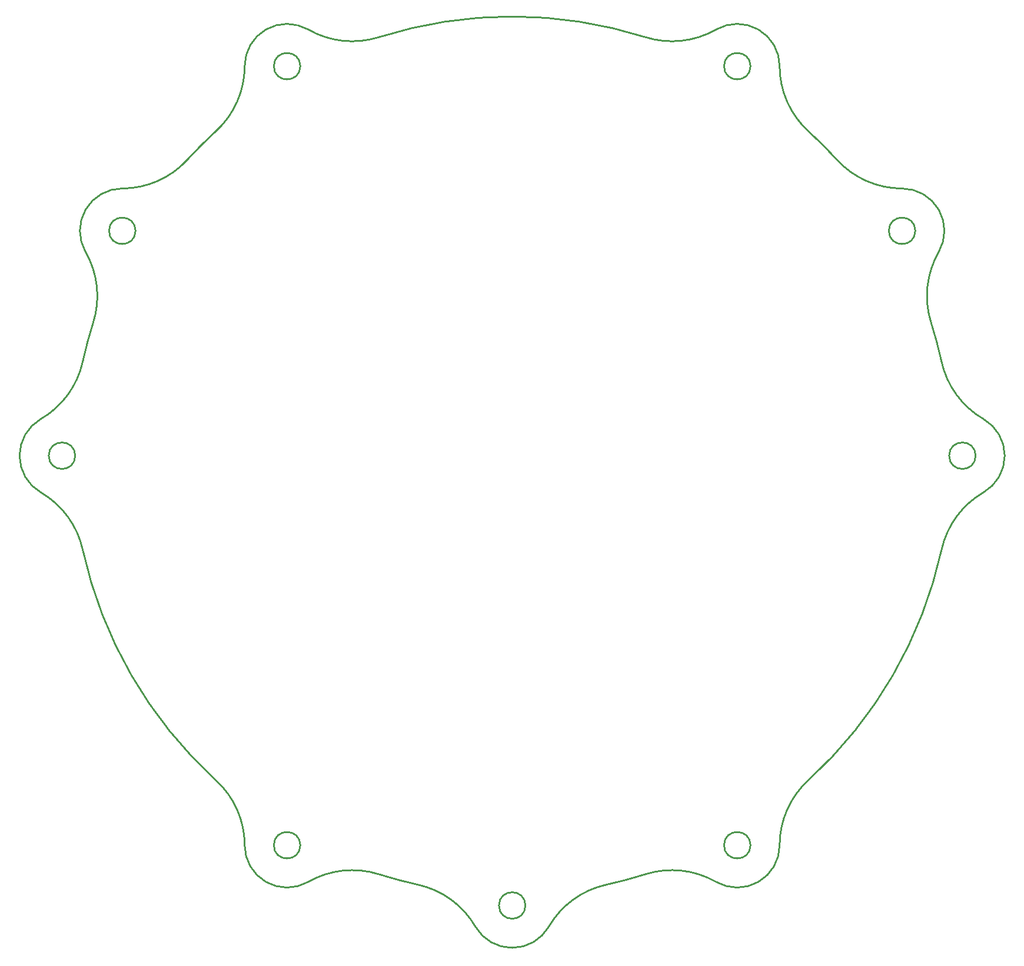
<source format=gbr>
%TF.GenerationSoftware,KiCad,Pcbnew,7.0.7*%
%TF.CreationDate,2024-02-25T10:58:23-08:00*%
%TF.ProjectId,Core-board 2,436f7265-2d62-46f6-9172-6420322e6b69,rev?*%
%TF.SameCoordinates,Original*%
%TF.FileFunction,Profile,NP*%
%FSLAX46Y46*%
G04 Gerber Fmt 4.6, Leading zero omitted, Abs format (unit mm)*
G04 Created by KiCad (PCBNEW 7.0.7) date 2024-02-25 10:58:23*
%MOMM*%
%LPD*%
G01*
G04 APERTURE LIST*
%TA.AperFunction,Profile*%
%ADD10C,0.250000*%
%TD*%
G04 APERTURE END LIST*
D10*
%TO.C,J1*%
X62184214Y-83885860D02*
G75*
G03*
X62184214Y-94438838I3052846J-5276489D01*
G01*
X68229293Y-102710929D02*
G75*
G03*
X62184214Y-94438839I-12405170J-2720595D01*
G01*
X62184214Y-83885859D02*
G75*
G03*
X68229293Y-75613769I-6360091J10992685D01*
G01*
X69731654Y-70006880D02*
G75*
G03*
X68229293Y-75613769I60274354J-19155183D01*
G01*
X69731653Y-70006880D02*
G75*
G03*
X68632507Y-59820501I-12103488J3846481D01*
G01*
X73908998Y-50681353D02*
G75*
G03*
X68632508Y-59820501I5596J-6095996D01*
G01*
X73908998Y-50681352D02*
G75*
G03*
X83280234Y-46540051I-11661J12699994D01*
G01*
X87384762Y-42435523D02*
G75*
G03*
X83280234Y-46540051I42622962J-46727490D01*
G01*
X68229294Y-102710929D02*
G75*
G03*
X87384762Y-135889175I61777764J13548578D01*
G01*
X91526063Y-145260411D02*
G75*
G03*
X87384762Y-135889175I-12699994J-11661D01*
G01*
X87384762Y-42435523D02*
G75*
G03*
X91526063Y-33064287I-8558693J9382897D01*
G01*
X100665212Y-27787797D02*
G75*
G03*
X91526064Y-33064287I-3043152J-5282086D01*
G01*
X91526064Y-145260411D02*
G75*
G03*
X100665212Y-150536901I6095996J5596D01*
G01*
X110851591Y-149437756D02*
G75*
G03*
X100665212Y-150536902I-3846481J-12103488D01*
G01*
X100665212Y-27787796D02*
G75*
G03*
X110851591Y-28886942I6339898J11004342D01*
G01*
X149162529Y-28886944D02*
G75*
G03*
X110851591Y-28886944I-19155469J-60275413D01*
G01*
X110851591Y-149437755D02*
G75*
G03*
X116458480Y-150940116I19155183J60274354D01*
G01*
X124730570Y-156985195D02*
G75*
G03*
X116458480Y-150940116I-10992685J-6360091D01*
G01*
X124730571Y-156985195D02*
G75*
G03*
X135283549Y-156985195I5276489J3052846D01*
G01*
X143555640Y-150940116D02*
G75*
G03*
X135283550Y-156985195I2720590J-12405163D01*
G01*
X143555640Y-150940115D02*
G75*
G03*
X149162529Y-149437754I-13548595J61777837D01*
G01*
X159348905Y-150536907D02*
G75*
G03*
X149162529Y-149437755I-6339905J-11004362D01*
G01*
X149162530Y-28886940D02*
G75*
G03*
X159348908Y-27787797I3846490J12103431D01*
G01*
X168488052Y-33064287D02*
G75*
G03*
X159348908Y-27787798I-6095992J-5592D01*
G01*
X159348912Y-150536895D02*
G75*
G03*
X168488056Y-145260411I3043178J5282036D01*
G01*
X172629359Y-135889176D02*
G75*
G03*
X168488057Y-145260411I8558591J-9382853D01*
G01*
X168488055Y-33064287D02*
G75*
G03*
X172629358Y-42435523I12700005J11668D01*
G01*
X176733886Y-46540051D02*
G75*
G03*
X172629358Y-42435523I-46727490J-42622962D01*
G01*
X176733887Y-46540050D02*
G75*
G03*
X186105122Y-50681352I9382853J8558591D01*
G01*
X191381639Y-59820516D02*
G75*
G03*
X186105122Y-50681352I-5281939J3043247D01*
G01*
X191381612Y-59820501D02*
G75*
G03*
X190282466Y-70006880I11004348J-6339898D01*
G01*
X191784826Y-75613769D02*
G75*
G03*
X190282465Y-70006880I-61777837J-13548595D01*
G01*
X172629358Y-135889175D02*
G75*
G03*
X191784826Y-102710929I-42622296J46726824D01*
G01*
X197829906Y-94438840D02*
G75*
G03*
X191784827Y-102710929I6360234J-10992789D01*
G01*
X191784825Y-75613769D02*
G75*
G03*
X197829906Y-83885859I12405175J2720600D01*
G01*
X197829906Y-94438838D02*
G75*
G03*
X197829906Y-83885860I-3052846J5276489D01*
G01*
X67142060Y-89162349D02*
G75*
G03*
X67142060Y-89162349I-1905000J0D01*
G01*
X75819595Y-56777349D02*
G75*
G03*
X75819595Y-56777349I-1905000J0D01*
G01*
X99527060Y-33069884D02*
G75*
G03*
X99527060Y-33069884I-1905000J0D01*
G01*
X99527060Y-145254814D02*
G75*
G03*
X99527060Y-145254814I-1905000J0D01*
G01*
X131912060Y-153932349D02*
G75*
G03*
X131912060Y-153932349I-1905000J0D01*
G01*
X164297060Y-33069884D02*
G75*
G03*
X164297060Y-33069884I-1905000J0D01*
G01*
X164297060Y-145254814D02*
G75*
G03*
X164297060Y-145254814I-1905000J0D01*
G01*
X188004525Y-56777349D02*
G75*
G03*
X188004525Y-56777349I-1905000J0D01*
G01*
X196682060Y-89162349D02*
G75*
G03*
X196682060Y-89162349I-1905000J0D01*
G01*
%TD*%
M02*

</source>
